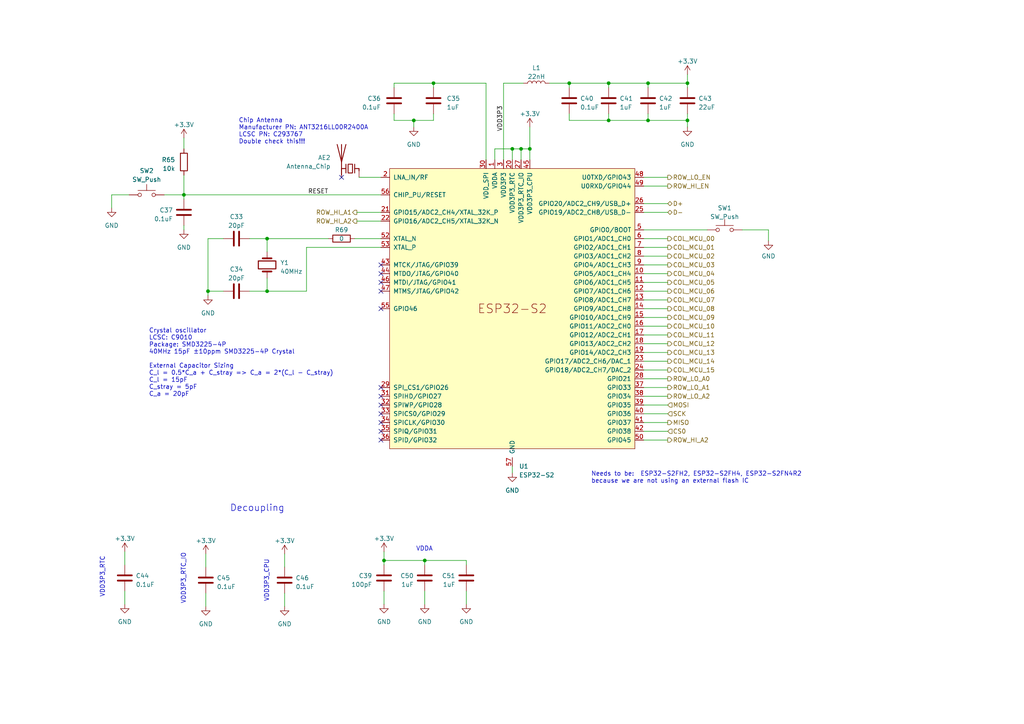
<source format=kicad_sch>
(kicad_sch (version 20230121) (generator eeschema)
  (paper "A4")
  (lib_symbols
    (symbol "Device:Antenna_Chip" (pin_numbers hide) (pin_names (offset 1.016) hide)
      (property "Reference" "AE" (at 0 5.08 0))
      (property "Value" "Antenna_Chip" (at 0 3.175 0))
      (symbol "Antenna_Chip_0_1"
        (polyline (pts (xy -2.54 0) (xy -2.54 -0.635)) (stroke (width 0.254)))
        (polyline (pts (xy -2.54 0) (xy -1.27 0)) (stroke (width 0.254)))
        (polyline (pts (xy 1.27 0) (xy 2.54 0)) (stroke (width 0.254)))
        (polyline (pts (xy 1.27 1.27) (xy 1.27 -1.27)) (stroke (width 0.254)))
        (polyline (pts (xy 2.54 -0.635) (xy 2.54 0)))
        (polyline (pts (xy 2.54 6.985) (xy 2.54 -1.905)) (stroke (width 0.254)))
        (polyline (pts (xy -1.27 1.27) (xy -1.27 -1.27) (xy -1.27 0)) (stroke (width 0.254)))
        (polyline (pts (xy 3.81 6.985) (xy 2.54 1.905) (xy 1.27 6.985)) (stroke (width 0.254)))
        (polyline (pts (xy -0.635 1.27) (xy 0.635 1.27) (xy 0.635 -1.27) (xy -0.635 -1.27) (xy -0.635 1.27)) (stroke (width 0.254)))
      )
      (symbol "Antenna_Chip_1_1"
        (pin input line (at -2.54 -2.54 90) (length 2.54) (name "FEED") (number "1"))
        (pin passive line (at 2.54 -2.54 90) (length 2.54) (name "PCB_Trace") (number "2"))
      )
    )
    (symbol "Device:C" (pin_numbers hide) (pin_names (offset 0.254))
      (property "Reference" "C" (at 0.635 2.54 0))
      (property "Value" "C" (at 0.635 -2.54 0))
      (symbol "C_0_1"
        (polyline (pts (xy -2.032 -0.762) (xy 2.032 -0.762)) (stroke (width 0.508)))
        (polyline (pts (xy -2.032 0.762) (xy 2.032 0.762)) (stroke (width 0.508)))
      )
      (symbol "C_1_1"
        (pin passive line (at 0 3.81 270) (length 2.794) (name "~") (number "1"))
        (pin passive line (at 0 -3.81 90) (length 2.794) (name "~") (number "2"))
      )
    )
    (symbol "Device:Crystal" (pin_numbers hide) (pin_names (offset 1.016) hide)
      (property "Reference" "Y" (at 0 3.81 0))
      (property "Value" "Crystal" (at 0 -3.81 0))
      (symbol "Crystal_0_1"
        (rectangle (start -1.143 2.54) (end 1.143 -2.54) (stroke (width 0.3048)))
        (polyline (pts (xy -2.54 0) (xy -1.905 0)))
        (polyline (pts (xy -1.905 -1.27) (xy -1.905 1.27)) (stroke (width 0.508)))
        (polyline (pts (xy 1.905 -1.27) (xy 1.905 1.27)) (stroke (width 0.508)))
        (polyline (pts (xy 2.54 0) (xy 1.905 0)))
      )
      (symbol "Crystal_1_1"
        (pin passive line (at -3.81 0 0) (length 1.27) (name "1") (number "1"))
        (pin passive line (at 3.81 0 180) (length 1.27) (name "2") (number "2"))
      )
    )
    (symbol "Device:L" (pin_numbers hide) (pin_names (offset 1.016) hide)
      (property "Reference" "L" (at -1.27 0 90))
      (property "Value" "L" (at 1.905 0 90))
      (symbol "L_0_1"
        (arc (start 0 -2.54) (mid 0.6323 -1.905) (end 0 -1.27))
        (arc (start 0 -1.27) (mid 0.6323 -0.635) (end 0 0))
        (arc (start 0 0) (mid 0.6323 0.635) (end 0 1.27))
        (arc (start 0 1.27) (mid 0.6323 1.905) (end 0 2.54))
      )
      (symbol "L_1_1"
        (pin passive line (at 0 3.81 270) (length 1.27) (name "1") (number "1"))
        (pin passive line (at 0 -3.81 90) (length 1.27) (name "2") (number "2"))
      )
    )
    (symbol "Device:R" (pin_numbers hide) (pin_names (offset 0))
      (property "Reference" "R" (at 2.032 0 90))
      (property "Value" "R" (at 0 0 90))
      (symbol "R_0_1"
        (rectangle (start -1.016 -2.54) (end 1.016 2.54) (stroke (width 0.254)))
      )
      (symbol "R_1_1"
        (pin passive line (at 0 3.81 270) (length 1.27) (name "~") (number "1"))
        (pin passive line (at 0 -3.81 90) (length 1.27) (name "~") (number "2"))
      )
    )
    (symbol "Espressif:ESP32-S2" (pin_names (offset 1.016))
      (property "Reference" "U" (at -35.56 45.72 0))
      (property "Value" "ESP32-S2" (at -35.56 43.18 0))
      (symbol "ESP32-S2_0_0"
        (text "ESP32-S2" (at 0 0 0) (effects (font (size 2.54 2.54))))
      )
      (symbol "ESP32-S2_0_1"
        (rectangle (start -35.56 40.64) (end 35.56 -40.64) (fill (type background)))
      )
      (symbol "ESP32-S2_1_1"
        (pin power_in line (at -5.08 43.18 270) (length 2.54) (name "VDDA") (number "1"))
        (pin bidirectional line (at 38.1 10.16 180) (length 2.54) (name "GPIO5/ADC1_CH4") (number "10"))
        (pin bidirectional line (at 38.1 7.62 180) (length 2.54) (name "GPIO6/ADC1_CH5") (number "11"))
        (pin bidirectional line (at 38.1 5.08 180) (length 2.54) (name "GPIO7/ADC1_CH6") (number "12"))
        (pin bidirectional line (at 38.1 2.54 180) (length 2.54) (name "GPIO8/ADC1_CH7") (number "13"))
        (pin bidirectional line (at 38.1 0 180) (length 2.54) (name "GPIO9/ADC1_CH8") (number "14"))
        (pin bidirectional line (at 38.1 -2.54 180) (length 2.54) (name "GPIO10/ADC1_CH9") (number "15"))
        (pin bidirectional line (at 38.1 -5.08 180) (length 2.54) (name "GPIO11/ADC2_CH0") (number "16"))
        (pin bidirectional line (at 38.1 -7.62 180) (length 2.54) (name "GPIO12/ADC2_CH1") (number "17"))
        (pin bidirectional line (at 38.1 -10.16 180) (length 2.54) (name "GPIO13/ADC2_CH2") (number "18"))
        (pin bidirectional line (at 38.1 -12.7 180) (length 2.54) (name "GPIO14/ADC2_CH3") (number "19"))
        (pin bidirectional line (at -38.1 38.1 0) (length 2.54) (name "LNA_IN/RF") (number "2"))
        (pin power_in line (at 0 43.18 270) (length 2.54) (name "VDD3P3_RTC") (number "20"))
        (pin bidirectional line (at -38.1 27.94 0) (length 2.54) (name "GPIO15/ADC2_CH4/XTAL_32K_P") (number "21"))
        (pin bidirectional line (at -38.1 25.4 0) (length 2.54) (name "GPIO16/ADC2_CH5/XTAL_32K_N") (number "22"))
        (pin bidirectional line (at 38.1 -15.24 180) (length 2.54) (name "GPIO17/ADC2_CH6/DAC_1") (number "23"))
        (pin bidirectional line (at 38.1 -17.78 180) (length 2.54) (name "GPIO18/ADC2_CH7/DAC_2") (number "24"))
        (pin bidirectional line (at 38.1 27.94 180) (length 2.54) (name "GPIO19/ADC2_CH8/USB_D-") (number "25"))
        (pin bidirectional line (at 38.1 30.48 180) (length 2.54) (name "GPIO20/ADC2_CH9/USB_D+") (number "26"))
        (pin power_in line (at 2.54 43.18 270) (length 2.54) (name "VDD3P3_RTC_IO") (number "27"))
        (pin bidirectional line (at 38.1 -20.32 180) (length 2.54) (name "GPIO21") (number "28"))
        (pin bidirectional line (at -38.1 -22.86 0) (length 2.54) (name "SPI_CS1/GPIO26") (number "29"))
        (pin power_in line (at -2.54 43.18 270) (length 2.54) (name "VDD3P3") (number "3"))
        (pin power_out line (at -7.62 43.18 270) (length 2.54) (name "VDD_SPI") (number "30"))
        (pin bidirectional line (at -38.1 -25.4 0) (length 2.54) (name "SPIHD/GPIO27") (number "31"))
        (pin bidirectional line (at -38.1 -27.94 0) (length 2.54) (name "SPIWP/GPIO28") (number "32"))
        (pin bidirectional line (at -38.1 -30.48 0) (length 2.54) (name "SPICS0/GPIO29") (number "33"))
        (pin bidirectional line (at -38.1 -33.02 0) (length 2.54) (name "SPICLK/GPIO30") (number "34"))
        (pin bidirectional line (at -38.1 -35.56 0) (length 2.54) (name "SPIQ/GPIO31") (number "35"))
        (pin bidirectional line (at -38.1 -38.1 0) (length 2.54) (name "SPID/GPIO32") (number "36"))
        (pin bidirectional line (at 38.1 -22.86 180) (length 2.54) (name "GPIO33") (number "37"))
        (pin bidirectional line (at 38.1 -25.4 180) (length 2.54) (name "GPIO34") (number "38"))
        (pin bidirectional line (at 38.1 -27.94 180) (length 2.54) (name "GPIO35") (number "39"))
        (pin passive line (at -2.54 43.18 270) (length 2.54) hide (name "VDD3P3") (number "4"))
        (pin bidirectional line (at 38.1 -30.48 180) (length 2.54) (name "GPIO36") (number "40"))
        (pin bidirectional line (at 38.1 -33.02 180) (length 2.54) (name "GPIO37") (number "41"))
        (pin bidirectional line (at 38.1 -35.56 180) (length 2.54) (name "GPIO38") (number "42"))
        (pin input line (at -38.1 12.7 0) (length 2.54) (name "MTCK/JTAG/GPIO39") (number "43"))
        (pin output line (at -38.1 10.16 0) (length 2.54) (name "MTDO/JTAG/GPIO40") (number "44"))
        (pin power_in line (at 5.08 43.18 270) (length 2.54) (name "VDD3P3_CPU") (number "45"))
        (pin input line (at -38.1 7.62 0) (length 2.54) (name "MTDI/JTAG/GPIO41") (number "46"))
        (pin output line (at -38.1 5.08 0) (length 2.54) (name "MTMS/JTAG/GPIO42") (number "47"))
        (pin bidirectional line (at 38.1 38.1 180) (length 2.54) (name "U0TXD/GPIO43") (number "48"))
        (pin bidirectional line (at 38.1 35.56 180) (length 2.54) (name "U0RXD/GPIO44") (number "49"))
        (pin bidirectional line (at 38.1 22.86 180) (length 2.54) (name "GPIO0/BOOT") (number "5"))
        (pin bidirectional line (at 38.1 -38.1 180) (length 2.54) (name "GPIO45") (number "50"))
        (pin passive line (at -5.08 43.18 270) (length 2.54) hide (name "VDDA") (number "51"))
        (pin output line (at -38.1 20.32 0) (length 2.54) (name "XTAL_N") (number "52"))
        (pin input line (at -38.1 17.78 0) (length 2.54) (name "XTAL_P") (number "53"))
        (pin passive line (at -5.08 43.18 270) (length 2.54) hide (name "VDDA") (number "54"))
        (pin input line (at -38.1 0 0) (length 2.54) (name "GPIO46") (number "55"))
        (pin bidirectional line (at -38.1 33.02 0) (length 2.54) (name "CHIP_PU/RESET") (number "56"))
        (pin power_in line (at 0 -45.72 90) (length 2.54) (name "GND") (number "57"))
        (pin bidirectional line (at 38.1 20.32 180) (length 2.54) (name "GPIO1/ADC1_CH0") (number "6"))
        (pin bidirectional line (at 38.1 17.78 180) (length 2.54) (name "GPIO2/ADC1_CH1") (number "7"))
        (pin bidirectional line (at 38.1 15.24 180) (length 2.54) (name "GPIO3/ADC1_CH2") (number "8"))
        (pin bidirectional line (at 38.1 12.7 180) (length 2.54) (name "GPIO4/ADC1_CH3") (number "9"))
      )
    )
    (symbol "Switch:SW_Push" (pin_numbers hide) (pin_names (offset 1.016) hide)
      (property "Reference" "SW" (at 1.27 2.54 0))
      (property "Value" "SW_Push" (at 0 -1.524 0))
      (symbol "SW_Push_0_1"
        (circle (center -2.032 0) (radius 0.508))
        (polyline (pts (xy 0 1.27) (xy 0 3.048)))
        (polyline (pts (xy 2.54 1.27) (xy -2.54 1.27)))
        (circle (center 2.032 0) (radius 0.508))
        (pin passive line (at -5.08 0 0) (length 2.54) (name "1") (number "1"))
        (pin passive line (at 5.08 0 180) (length 2.54) (name "2") (number "2"))
      )
    )
    (symbol "power:+3.3V" (power) (pin_names (offset 0))
      (property "Value" "+3.3V" (at 0 3.556 0))
      (symbol "+3.3V_0_1"
        (polyline (pts (xy -0.762 1.27) (xy 0 2.54)))
        (polyline (pts (xy 0 0) (xy 0 2.54)))
        (polyline (pts (xy 0 2.54) (xy 0.762 1.27)))
      )
      (symbol "+3.3V_1_1"
        (pin power_in line (at 0 0 90) (length 0) hide (name "+3.3V") (number "1"))
      )
    )
    (symbol "power:GND" (power) (pin_names (offset 0))
      (property "Value" "GND" (at 0 -3.81 0))
      (symbol "GND_0_1"
        (polyline (pts (xy 0 0) (xy 0 -1.27) (xy 1.27 -1.27) (xy 0 -2.54) (xy -1.27 -1.27) (xy 0 -1.27)))
      )
      (symbol "GND_1_1"
        (pin power_in line (at 0 0 270) (length 0) hide (name "GND") (number "1"))
      )
    )
  )
  (junction (at 123.19 162.56))
  (junction (at 199.39 34.925))
  (junction (at 176.53 34.925))
  (junction (at 165.1 24.13))
  (junction (at 120.015 34.925))
  (junction (at 77.47 84.455))
  (junction (at 187.96 34.925))
  (junction (at 148.59 43.18))
  (junction (at 111.379 162.56))
  (junction (at 176.53 24.13))
  (junction (at 153.67 43.18))
  (junction (at 187.96 24.13))
  (junction (at 53.34 56.515))
  (junction (at 77.47 69.215))
  (junction (at 151.13 43.18))
  (junction (at 60.325 84.455))
  (junction (at 125.73 24.13))
  (junction (at 199.39 24.13))
  (no_connect (at 110.49 79.375))
  (no_connect (at 110.49 117.475))
  (no_connect (at 110.49 122.555))
  (no_connect (at 110.49 114.935))
  (no_connect (at 110.49 125.095))
  (no_connect (at 110.49 81.915))
  (no_connect (at 110.49 112.395))
  (no_connect (at 110.49 84.455))
  (no_connect (at 110.49 89.535))
  (no_connect (at 110.49 120.015))
  (no_connect (at 99.06 51.435))
  (no_connect (at 110.49 127.635))
  (no_connect (at 110.49 76.835))
  (wire (pts (xy 77.47 80.645) (xy 77.47 84.455)))
  (wire (pts (xy 77.47 69.215) (xy 77.47 73.025)))
  (wire (pts (xy 176.53 34.925) (xy 187.96 34.925)))
  (wire (pts (xy 159.385 24.13) (xy 165.1 24.13)))
  (wire (pts (xy 186.69 84.455) (xy 193.675 84.455)))
  (wire (pts (xy 186.69 97.155) (xy 193.675 97.155)))
  (wire (pts (xy 111.379 162.56) (xy 111.379 163.83)))
  (wire (pts (xy 110.49 64.135) (xy 103.505 64.135)))
  (wire (pts (xy 186.69 89.535) (xy 193.675 89.535)))
  (wire (pts (xy 186.69 76.835) (xy 193.675 76.835)))
  (wire (pts (xy 186.69 112.395) (xy 193.675 112.395)))
  (wire (pts (xy 186.69 122.555) (xy 193.675 122.555)))
  (wire (pts (xy 53.34 40.005) (xy 53.34 43.18)))
  (wire (pts (xy 146.05 46.355) (xy 146.05 24.13)))
  (wire (pts (xy 165.1 24.13) (xy 165.1 25.4)))
  (wire (pts (xy 143.51 46.355) (xy 143.51 43.18)))
  (wire (pts (xy 125.73 24.13) (xy 125.73 25.4)))
  (wire (pts (xy 165.1 24.13) (xy 176.53 24.13)))
  (wire (pts (xy 186.69 102.235) (xy 193.675 102.235)))
  (wire (pts (xy 135.255 171.45) (xy 135.255 175.26)))
  (wire (pts (xy 111.379 160.02) (xy 111.379 162.56)))
  (wire (pts (xy 60.325 69.215) (xy 60.325 84.455)))
  (wire (pts (xy 72.39 69.215) (xy 77.47 69.215)))
  (wire (pts (xy 36.195 160.02) (xy 36.195 163.83)))
  (wire (pts (xy 59.69 160.655) (xy 59.69 164.465)))
  (wire (pts (xy 53.34 65.405) (xy 53.34 66.675)))
  (wire (pts (xy 186.69 92.075) (xy 193.675 92.075)))
  (wire (pts (xy 176.53 24.13) (xy 187.96 24.13)))
  (wire (pts (xy 153.67 46.355) (xy 153.67 43.18)))
  (wire (pts (xy 186.69 59.055) (xy 193.675 59.055)))
  (wire (pts (xy 82.55 172.085) (xy 82.55 175.895)))
  (wire (pts (xy 59.69 172.085) (xy 59.69 175.895)))
  (wire (pts (xy 199.39 24.13) (xy 199.39 25.4)))
  (wire (pts (xy 110.49 61.595) (xy 103.505 61.595)))
  (wire (pts (xy 186.69 99.695) (xy 193.675 99.695)))
  (wire (pts (xy 146.05 24.13) (xy 151.765 24.13)))
  (wire (pts (xy 60.325 84.455) (xy 60.325 85.725)))
  (wire (pts (xy 176.53 24.13) (xy 176.53 25.4)))
  (wire (pts (xy 187.96 34.925) (xy 187.96 33.02)))
  (wire (pts (xy 111.379 171.45) (xy 111.379 175.26)))
  (wire (pts (xy 199.39 21.59) (xy 199.39 24.13)))
  (wire (pts (xy 186.69 104.775) (xy 193.675 104.775)))
  (wire (pts (xy 120.015 34.925) (xy 120.015 36.83)))
  (wire (pts (xy 186.69 74.295) (xy 193.675 74.295)))
  (wire (pts (xy 32.385 56.515) (xy 32.385 60.325)))
  (wire (pts (xy 114.3 24.13) (xy 114.3 25.4)))
  (wire (pts (xy 187.96 24.13) (xy 199.39 24.13)))
  (wire (pts (xy 102.87 69.215) (xy 110.49 69.215)))
  (wire (pts (xy 186.69 79.375) (xy 193.675 79.375)))
  (wire (pts (xy 148.59 43.18) (xy 151.13 43.18)))
  (wire (pts (xy 186.69 71.755) (xy 193.675 71.755)))
  (wire (pts (xy 123.19 162.56) (xy 135.255 162.56)))
  (wire (pts (xy 151.13 46.355) (xy 151.13 43.18)))
  (wire (pts (xy 176.53 33.02) (xy 176.53 34.925)))
  (wire (pts (xy 148.59 135.255) (xy 148.59 137.16)))
  (wire (pts (xy 143.51 43.18) (xy 148.59 43.18)))
  (wire (pts (xy 165.1 34.925) (xy 176.53 34.925)))
  (wire (pts (xy 186.69 81.915) (xy 193.675 81.915)))
  (wire (pts (xy 215.265 66.675) (xy 222.885 66.675)))
  (wire (pts (xy 47.625 56.515) (xy 53.34 56.515)))
  (wire (pts (xy 186.69 107.315) (xy 193.675 107.315)))
  (wire (pts (xy 186.69 114.935) (xy 193.675 114.935)))
  (wire (pts (xy 186.69 86.995) (xy 193.675 86.995)))
  (wire (pts (xy 186.69 61.595) (xy 193.675 61.595)))
  (wire (pts (xy 153.67 36.83) (xy 153.67 43.18)))
  (wire (pts (xy 37.465 56.515) (xy 32.385 56.515)))
  (wire (pts (xy 88.9 71.755) (xy 110.49 71.755)))
  (wire (pts (xy 111.379 162.56) (xy 123.19 162.56)))
  (wire (pts (xy 36.195 171.45) (xy 36.195 175.26)))
  (wire (pts (xy 199.39 33.02) (xy 199.39 34.925)))
  (wire (pts (xy 77.47 69.215) (xy 95.25 69.215)))
  (wire (pts (xy 114.3 33.02) (xy 114.3 34.925)))
  (wire (pts (xy 186.69 66.675) (xy 205.105 66.675)))
  (wire (pts (xy 125.73 34.925) (xy 125.73 33.02)))
  (wire (pts (xy 82.55 160.655) (xy 82.55 164.465)))
  (wire (pts (xy 123.19 171.45) (xy 123.19 175.26)))
  (wire (pts (xy 186.69 117.475) (xy 193.675 117.475)))
  (wire (pts (xy 123.19 162.56) (xy 123.19 163.83)))
  (wire (pts (xy 104.14 51.435) (xy 110.49 51.435)))
  (wire (pts (xy 114.3 34.925) (xy 120.015 34.925)))
  (wire (pts (xy 120.015 34.925) (xy 125.73 34.925)))
  (wire (pts (xy 199.39 34.925) (xy 199.39 36.83)))
  (wire (pts (xy 222.885 66.675) (xy 222.885 69.85)))
  (wire (pts (xy 186.69 125.095) (xy 193.675 125.095)))
  (wire (pts (xy 186.69 127.635) (xy 193.675 127.635)))
  (wire (pts (xy 151.13 43.18) (xy 153.67 43.18)))
  (wire (pts (xy 53.34 56.515) (xy 110.49 56.515)))
  (wire (pts (xy 125.73 24.13) (xy 114.3 24.13)))
  (wire (pts (xy 186.69 51.435) (xy 193.675 51.435)))
  (wire (pts (xy 187.96 24.13) (xy 187.96 25.4)))
  (wire (pts (xy 72.39 84.455) (xy 77.47 84.455)))
  (wire (pts (xy 88.9 71.755) (xy 88.9 84.455)))
  (wire (pts (xy 64.77 69.215) (xy 60.325 69.215)))
  (wire (pts (xy 186.69 120.015) (xy 193.675 120.015)))
  (wire (pts (xy 53.34 50.8) (xy 53.34 56.515)))
  (wire (pts (xy 165.1 34.925) (xy 165.1 33.02)))
  (wire (pts (xy 186.69 53.975) (xy 193.675 53.975)))
  (wire (pts (xy 186.69 109.855) (xy 193.675 109.855)))
  (wire (pts (xy 53.34 56.515) (xy 53.34 57.785)))
  (wire (pts (xy 125.73 24.13) (xy 140.97 24.13)))
  (wire (pts (xy 77.47 84.455) (xy 88.9 84.455)))
  (wire (pts (xy 186.69 94.615) (xy 193.675 94.615)))
  (wire (pts (xy 148.59 46.355) (xy 148.59 43.18)))
  (wire (pts (xy 187.96 34.925) (xy 199.39 34.925)))
  (wire (pts (xy 60.325 84.455) (xy 64.77 84.455)))
  (wire (pts (xy 186.69 69.215) (xy 193.675 69.215)))
  (wire (pts (xy 135.255 162.56) (xy 135.255 163.83)))
  (wire (pts (xy 140.97 24.13) (xy 140.97 46.355)))
  (text "Decoupling" (at 66.675 148.59 0) (effects (font (size 1.905 1.905)) (justify left bottom)))
  (text "VDDA" (at 120.65 160.02 0) (effects (font (size 1.27 1.27)) (justify left bottom)))
  (text "Chip Antenna\nManufacturer PN: ANT3216LL00R2400A\nLCSC PN: C293767\nDouble check this!!!\n" (at 69.215 41.91 0) (effects (font (size 1.27 1.27)) (justify left bottom)))
  (text "VDD3P3_RTC_IO" (at 53.975 175.26 90) (effects (font (size 1.27 1.27)) (justify left bottom)))
  (text "VDD3P3_RTC" (at 30.48 173.355 90) (effects (font (size 1.27 1.27)) (justify left bottom)))
  (text "VDD3P3_CPU" (at 78.105 174.625 90) (effects (font (size 1.27 1.27)) (justify left bottom)))
  (text "Crystal oscillator\nLCSC: C9010\nPackage: SMD3225-4P\n40MHz 15pF ±10ppm SMD3225-4P Crystal\n\nExternal Capacitor Sizing\nC_l = 0.5*C_a + C_stray => C_a = 2*(C_l - C_stray)\nC_l = 15pF\nC_stray = 5pF\nC_a = 20pF\n\n\n\n" (at 43.18 121.285 0) (effects (font (size 1.27 1.27)) (justify left bottom)))
  (text "Needs to be:  ESP32-S2FH2, ESP32-S2FH4, ESP32-S2FN4R2\nbecause we are not using an external flash IC" (at 171.45 140.335 0) (effects (font (size 1.27 1.27)) (justify left bottom)))
  (label "VDD3P3" (at 146.05 38.1 90))
  (label "RESET" (at 95.25 56.515 180))
  (hierarchical_label "COL_MCU_14" (shape output) (at 193.675 104.775 0))
  (hierarchical_label "COL_MCU_05" (shape output) (at 193.675 81.915 0))
  (hierarchical_label "ROW_HI_EN" (shape output) (at 193.675 53.975 0))
  (hierarchical_label "COL_MCU_11" (shape output) (at 193.675 97.155 0))
  (hierarchical_label "COL_MCU_15" (shape output) (at 193.675 107.315 0))
  (hierarchical_label "ROW_LO_EN" (shape output) (at 193.675 51.435 0))
  (hierarchical_label "D+" (shape bidirectional) (at 193.675 59.055 0))
  (hierarchical_label "COL_MCU_00" (shape output) (at 193.675 69.215 0))
  (hierarchical_label "ROW_LO_A0" (shape output) (at 193.675 109.855 0))
  (hierarchical_label "COL_MCU_03" (shape output) (at 193.675 76.835 0))
  (hierarchical_label "COL_MCU_12" (shape output) (at 193.675 99.695 0))
  (hierarchical_label "COL_MCU_07" (shape output) (at 193.675 86.995 0))
  (hierarchical_label "ROW_HI_A2" (shape output) (at 103.505 64.135 180))
  (hierarchical_label "COL_MCU_02" (shape output) (at 193.675 74.295 0))
  (hierarchical_label "MISO" (shape output) (at 193.675 122.555 0))
  (hierarchical_label "CS0" (shape input) (at 193.675 125.095 0))
  (hierarchical_label "ROW_HI_A2" (shape output) (at 193.675 127.635 0))
  (hierarchical_label "COL_MCU_13" (shape output) (at 193.675 102.235 0))
  (hierarchical_label "COL_MCU_09" (shape output) (at 193.675 92.075 0))
  (hierarchical_label "SCK" (shape input) (at 193.675 120.015 0))
  (hierarchical_label "ROW_LO_A1" (shape output) (at 193.675 112.395 0))
  (hierarchical_label "MOSI" (shape input) (at 193.675 117.475 0))
  (hierarchical_label "ROW_HI_A1" (shape output) (at 103.505 61.595 180))
  (hierarchical_label "COL_MCU_08" (shape output) (at 193.675 89.535 0))
  (hierarchical_label "D-" (shape bidirectional) (at 193.675 61.595 0))
  (hierarchical_label "COL_MCU_10" (shape output) (at 193.675 94.615 0))
  (hierarchical_label "ROW_LO_A2" (shape output) (at 193.675 114.935 0))
  (hierarchical_label "COL_MCU_06" (shape output) (at 193.675 84.455 0))
  (hierarchical_label "COL_MCU_01" (shape output) (at 193.675 71.755 0))
  (hierarchical_label "COL_MCU_04" (shape output) (at 193.675 79.375 0))
  (symbol (lib_id "Device:C") (at 59.69 168.275 180) (unit 1)
    (property "Reference" "C45" (at 62.865 167.64 0) (effects (justify right)))
    (property "Value" "0.1uF" (at 62.865 170.18 0) (effects (justify right)))
    (property "Footprint" "panel_custom:C_0201_0603Metric" (effects hide))
  )
  (symbol (lib_id "Device:R") (at 53.34 46.99 0) (mirror y) (unit 1)
    (property "Reference" "R65" (at 50.8 46.355 0) (effects (justify left)))
    (property "Value" "10k" (at 50.8 48.895 0) (effects (justify left)))
  )
  (symbol (lib_id "Device:C") (at 123.19 167.64 0) (mirror x) (unit 1)
    (property "Reference" "C50" (at 120.015 167.005 0) (effects (justify right)))
    (property "Value" "1uF" (at 120.015 169.545 0) (effects (justify right)))
    (property "Footprint" "panel_custom:C_0201_0603Metric" (effects hide))
  )
  (symbol (lib_id "power:GND") (at 59.69 175.895 0) (mirror y) (unit 1)
    (property "Reference" "#PWR060" (effects hide))
    (property "Value" "GND" (at 59.69 180.975 0))
    (instances (project "panel" (path "" (reference "#PWR060") (unit 1)) (path "" (reference "#PWR089") (unit 1))))
  )
  (symbol (lib_id "power:+3.3V") (at 153.67 36.83 0) (unit 1)
    (property "Reference" "#PWR092" (effects hide))
    (property "Value" "+3.3V" (at 153.67 33.02 0))
    (instances (project "panel" (path "" (reference "#PWR092") (unit 1)) (path "" (reference "#PWR054") (unit 1))))
  )
  (symbol (lib_id "Device:C") (at 114.3 29.21 0) (unit 1)
    (property "Reference" "C36" (at 110.49 28.575 0) (effects (justify right)))
    (property "Value" "0.1uF" (at 110.49 31.115 0) (effects (justify right)))
    (property "Footprint" "panel_custom:C_0201_0603Metric" (effects hide))
  )
  (symbol (lib_id "Device:Antenna_Chip") (at 101.6 48.895 0) (mirror y) (unit 1)
    (property "Reference" "AE2" (at 95.885 45.72 0) (effects (justify left)))
    (property "Value" "Antenna_Chip" (at 95.885 48.26 0) (effects (justify left)))
  )
  (symbol (lib_id "power:GND") (at 111.379 175.26 0) (mirror y) (unit 1)
    (property "Reference" "#PWR056" (effects hide))
    (property "Value" "GND" (at 111.379 180.34 0))
    (instances (project "panel" (path "" (reference "#PWR056") (unit 1)) (path "" (reference "#PWR062") (unit 1))))
  )
  (symbol (lib_id "power:GND") (at 60.325 85.725 0) (unit 1)
    (property "Reference" "#PWR050" (effects hide))
    (property "Value" "GND" (at 60.325 90.805 0))
    (instances (project "panel" (path "" (reference "#PWR050") (unit 1)) (path "" (reference "#PWR073") (unit 1))))
  )
  (symbol (lib_id "Device:C") (at 125.73 29.21 180) (unit 1)
    (property "Reference" "C35" (at 129.54 28.575 0) (effects (justify right)))
    (property "Value" "1uF" (at 129.54 31.115 0) (effects (justify right)))
    (property "Footprint" "panel_custom:C_0201_0603Metric" (effects hide))
  )
  (symbol (lib_id "power:GND") (at 120.015 36.83 0) (unit 1)
    (property "Reference" "#PWR053" (effects hide))
    (property "Value" "GND" (at 120.015 41.91 0))
  )
  (symbol (lib_id "power:GND") (at 148.59 137.16 0) (mirror y) (unit 1)
    (property "Reference" "#PWR054" (effects hide))
    (property "Value" "GND" (at 148.59 142.24 0))
    (instances (project "panel" (path "" (reference "#PWR054") (unit 1)) (path "" (reference "#PWR091") (unit 1))))
  )
  (symbol (lib_id "Device:C") (at 165.1 29.21 0) (mirror y) (unit 1)
    (property "Reference" "C40" (at 168.275 28.575 0) (effects (justify right)))
    (property "Value" "0.1uF" (at 168.275 31.115 0) (effects (justify right)))
    (property "Footprint" "panel_custom:C_0201_0603Metric" (effects hide))
  )
  (symbol (lib_id "power:GND") (at 199.39 36.83 0) (mirror y) (unit 1)
    (property "Reference" "#PWR057" (effects hide))
    (property "Value" "GND" (at 199.39 41.91 0))
  )
  (symbol (lib_id "power:GND") (at 36.195 175.26 0) (mirror y) (unit 1)
    (property "Reference" "#PWR059" (effects hide))
    (property "Value" "GND" (at 36.195 180.34 0))
    (instances (project "panel" (path "" (reference "#PWR059") (unit 1)) (path "" (reference "#PWR061") (unit 1))))
  )
  (symbol (lib_id "Device:C") (at 176.53 29.21 0) (mirror y) (unit 1)
    (property "Reference" "C41" (at 179.705 28.575 0) (effects (justify right)))
    (property "Value" "1uF" (at 179.705 31.115 0) (effects (justify right)))
    (property "Footprint" "panel_custom:C_0201_0603Metric" (effects hide))
  )
  (symbol (lib_id "power:+3.3V") (at 59.69 160.655 0) (unit 1)
    (property "Reference" "#PWR062" (effects hide))
    (property "Value" "+3.3V" (at 59.69 156.845 0))
    (instances (project "panel" (path "" (reference "#PWR062") (unit 1)) (path "" (reference "#PWR059") (unit 1))))
  )
  (symbol (lib_id "power:+3.3V") (at 82.55 160.655 0) (unit 1)
    (property "Reference" "#PWR064" (effects hide))
    (property "Value" "+3.3V" (at 82.55 156.845 0))
    (instances (project "panel" (path "" (reference "#PWR064") (unit 1)) (path "" (reference "#PWR060") (unit 1))))
  )
  (symbol (lib_id "power:+3.3V") (at 199.39 21.59 0) (unit 1)
    (property "Reference" "#PWR063" (effects hide))
    (property "Value" "+3.3V" (at 199.39 17.78 0))
    (instances (project "panel" (path "" (reference "#PWR063") (unit 1)) (path "" (reference "#PWR050") (unit 1))))
  )
  (symbol (lib_id "Device:Crystal") (at 77.47 76.835 90) (unit 1)
    (property "Reference" "Y1" (at 81.28 76.2 90) (effects (justify right)))
    (property "Value" "40MHz" (at 81.28 78.74 90) (effects (justify right)))
  )
  (symbol (lib_id "Device:R") (at 99.06 69.215 90) (mirror x) (unit 1)
    (property "Reference" "R69" (at 99.06 66.675 90))
    (property "Value" "0" (at 99.06 69.215 90))
  )
  (symbol (lib_id "power:GND") (at 135.255 175.26 0) (mirror y) (unit 1)
    (property "Reference" "#PWR090" (effects hide))
    (property "Value" "GND" (at 135.255 180.34 0))
    (instances (project "panel" (path "" (reference "#PWR090") (unit 1)) (path "" (reference "#PWR065") (unit 1))))
  )
  (symbol (lib_id "Device:C") (at 187.96 29.21 0) (mirror y) (unit 1)
    (property "Reference" "C42" (at 191.135 28.575 0) (effects (justify right)))
    (property "Value" "1uF" (at 191.135 31.115 0) (effects (justify right)))
    (property "Footprint" "panel_custom:C_0201_0603Metric" (effects hide))
  )
  (symbol (lib_id "Espressif:ESP32-S2") (at 148.59 89.535 0) (unit 1)
    (property "Reference" "U1" (at 150.5459 135.255 0) (effects (justify left)))
    (property "Value" "ESP32-S2" (at 150.5459 137.795 0) (effects (justify left)))
    (property "Footprint" "Package_DFN_QFN:QFN-56-1EP_7x7mm_P0.4mm_EP5.6x5.6mm" (effects hide))
    (property "Datasheet" "https://www.espressif.com/sites/default/files/documentation/esp32-s2_datasheet_en.pdf" (effects hide))
  )
  (symbol (lib_id "power:GND") (at 222.885 69.85 0) (unit 1)
    (property "Reference" "#PWR070" (effects hide))
    (property "Value" "GND" (at 222.885 74.295 0))
    (instances (project "panel" (path "" (reference "#PWR070") (unit 1)) (path "" (reference "#PWR072") (unit 1))))
  )
  (symbol (lib_id "Device:C") (at 53.34 61.595 0) (mirror x) (unit 1)
    (property "Reference" "C37" (at 50.165 60.96 0) (effects (justify right)))
    (property "Value" "0.1uF" (at 50.165 63.5 0) (effects (justify right)))
    (property "Footprint" "panel_custom:C_0201_0603Metric" (effects hide))
  )
  (symbol (lib_id "power:+3.3V") (at 36.195 160.02 0) (unit 1)
    (property "Reference" "#PWR058" (effects hide))
    (property "Value" "+3.3V" (at 36.195 156.21 0))
    (instances (project "panel" (path "" (reference "#PWR058") (unit 1)) (path "" (reference "#PWR056") (unit 1))))
  )
  (symbol (lib_id "Device:C") (at 135.255 167.64 0) (mirror x) (unit 1)
    (property "Reference" "C51" (at 132.08 167.005 0) (effects (justify right)))
    (property "Value" "1uF" (at 132.08 169.545 0) (effects (justify right)))
    (property "Footprint" "panel_custom:C_0201_0603Metric" (effects hide))
  )
  (symbol (lib_id "Device:C") (at 68.58 84.455 270) (unit 1)
    (property "Reference" "C34" (at 68.58 78.105 90))
    (property "Value" "20pF" (at 68.58 80.645 90))
    (property "Footprint" "panel_custom:C_0201_0603Metric" (effects hide))
  )
  (symbol (lib_id "Device:L") (at 155.575 24.13 90) (unit 1)
    (property "Reference" "L1" (at 155.575 19.685 90))
    (property "Value" "22nH" (at 155.575 22.225 90))
    (property "Footprint" "Inductor_SMD:L_0402_1005Metric" (effects hide))
  )
  (symbol (lib_id "Device:C") (at 199.39 29.21 0) (mirror y) (unit 1)
    (property "Reference" "C43" (at 202.565 28.575 0) (effects (justify right)))
    (property "Value" "22uF" (at 202.565 31.115 0) (effects (justify right)))
    (property "Footprint" "panel_custom:C_0201_0603Metric" (effects hide))
  )
  (symbol (lib_id "Device:C") (at 36.195 167.64 180) (unit 1)
    (property "Reference" "C44" (at 39.37 167.005 0) (effects (justify right)))
    (property "Value" "0.1uF" (at 39.37 169.545 0) (effects (justify right)))
    (property "Footprint" "panel_custom:C_0201_0603Metric" (effects hide))
  )
  (symbol (lib_id "power:GND") (at 82.55 175.895 0) (mirror y) (unit 1)
    (property "Reference" "#PWR065" (effects hide))
    (property "Value" "GND" (at 82.55 180.975 0))
    (instances (project "panel" (path "" (reference "#PWR065") (unit 1)) (path "" (reference "#PWR090") (unit 1))))
  )
  (symbol (lib_id "power:GND") (at 32.385 60.325 0) (unit 1)
    (property "Reference" "#PWR073" (effects hide))
    (property "Value" "GND" (at 32.385 65.405 0))
    (instances (project "panel" (path "" (reference "#PWR073") (unit 1)) (path "" (reference "#PWR070") (unit 1))))
  )
  (symbol (lib_id "Device:C") (at 68.58 69.215 270) (unit 1)
    (property "Reference" "C33" (at 68.58 62.865 90))
    (property "Value" "20pF" (at 68.58 65.405 90))
    (property "Footprint" "panel_custom:C_0201_0603Metric" (effects hide))
  )
  (symbol (lib_id "Switch:SW_Push") (at 210.185 66.675 0) (unit 1)
    (property "Reference" "SW1" (at 210.185 60.325 0))
    (property "Value" "SW_Push" (at 210.185 62.865 0))
  )
  (symbol (lib_id "Device:C") (at 111.379 167.64 0) (mirror x) (unit 1)
    (property "Reference" "C39" (at 107.95 167.005 0) (effects (justify right)))
    (property "Value" "100pF" (at 107.95 169.545 0) (effects (justify right)))
    (property "Footprint" "panel_custom:C_0201_0603Metric" (effects hide))
  )
  (symbol (lib_id "Switch:SW_Push") (at 42.545 56.515 0) (mirror y) (unit 1)
    (property "Reference" "SW2" (at 42.545 49.53 0))
    (property "Value" "SW_Push" (at 42.545 52.07 0))
  )
  (symbol (lib_id "power:GND") (at 123.19 175.26 0) (mirror y) (unit 1)
    (property "Reference" "#PWR089" (effects hide))
    (property "Value" "GND" (at 123.19 180.34 0))
    (instances (project "panel" (path "" (reference "#PWR089") (unit 1)) (path "" (reference "#PWR064") (unit 1))))
  )
  (symbol (lib_id "Device:C") (at 82.55 168.275 180) (unit 1)
    (property "Reference" "C46" (at 85.725 167.64 0) (effects (justify right)))
    (property "Value" "0.1uF" (at 85.725 170.18 0) (effects (justify right)))
    (property "Footprint" "panel_custom:C_0201_0603Metric" (effects hide))
  )
  (symbol (lib_id "power:GND") (at 53.34 66.675 0) (unit 1)
    (property "Reference" "#PWR072" (effects hide))
    (property "Value" "GND" (at 53.34 71.755 0))
    (instances (project "panel" (path "" (reference "#PWR072") (unit 1)) (path "" (reference "#PWR071") (unit 1))))
  )
  (symbol (lib_id "power:+3.3V") (at 111.379 160.02 0) (unit 1)
    (property "Reference" "#PWR061" (effects hide))
    (property "Value" "+3.3V" (at 111.379 156.21 0))
    (instances (project "panel" (path "" (reference "#PWR061") (unit 1)) (path "" (reference "#PWR058") (unit 1))))
  )
  (symbol (lib_id "power:+3.3V") (at 53.34 40.005 0) (mirror y) (unit 1)
    (property "Reference" "#PWR071" (effects hide))
    (property "Value" "+3.3V" (at 53.34 36.195 0))
    (instances (project "panel" (path "" (reference "#PWR071") (unit 1)) (path "" (reference "#PWR063") (unit 1))))
  )
)
</source>
